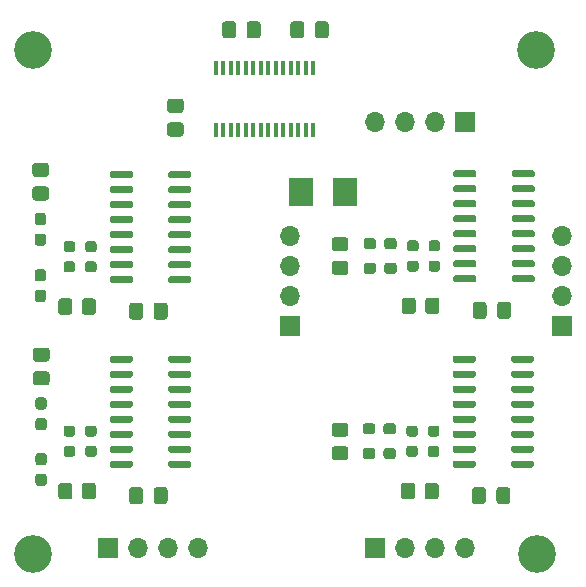
<source format=gbr>
%TF.GenerationSoftware,KiCad,Pcbnew,(5.1.12)-1*%
%TF.CreationDate,2022-03-26T18:35:52+01:00*%
%TF.ProjectId,Duino Coin,4475696e-6f20-4436-9f69-6e2e6b696361,rev?*%
%TF.SameCoordinates,Original*%
%TF.FileFunction,Soldermask,Bot*%
%TF.FilePolarity,Negative*%
%FSLAX46Y46*%
G04 Gerber Fmt 4.6, Leading zero omitted, Abs format (unit mm)*
G04 Created by KiCad (PCBNEW (5.1.12)-1) date 2022-03-26 18:35:52*
%MOMM*%
%LPD*%
G01*
G04 APERTURE LIST*
%ADD10O,1.700000X1.700000*%
%ADD11R,1.700000X1.700000*%
%ADD12R,2.000000X2.400000*%
%ADD13C,3.200000*%
%ADD14R,0.400000X1.200000*%
G04 APERTURE END LIST*
D10*
%TO.C,J2*%
X198450200Y-109423200D03*
X198450200Y-111963200D03*
X198450200Y-114503200D03*
D11*
X198450200Y-117043200D03*
%TD*%
%TO.C,J6*%
X175417480Y-117012720D03*
D10*
X175417480Y-114472720D03*
X175417480Y-111932720D03*
X175417480Y-109392720D03*
%TD*%
%TO.C,J5*%
X167640000Y-135775700D03*
X165100000Y-135775700D03*
X162560000Y-135775700D03*
D11*
X160020000Y-135775700D03*
%TD*%
D10*
%TO.C,J3*%
X190284100Y-135801100D03*
X187744100Y-135801100D03*
X185204100Y-135801100D03*
D11*
X182664100Y-135801100D03*
%TD*%
%TO.C,J4*%
X190296800Y-99771200D03*
D10*
X187756800Y-99771200D03*
X185216800Y-99771200D03*
X182676800Y-99771200D03*
%TD*%
D12*
%TO.C,Y5*%
X176407200Y-105664000D03*
X180107200Y-105664000D03*
%TD*%
%TO.C,R9*%
G36*
G01*
X186099500Y-114865999D02*
X186099500Y-115766001D01*
G75*
G02*
X185849501Y-116016000I-249999J0D01*
G01*
X185149499Y-116016000D01*
G75*
G02*
X184899500Y-115766001I0J249999D01*
G01*
X184899500Y-114865999D01*
G75*
G02*
X185149499Y-114616000I249999J0D01*
G01*
X185849501Y-114616000D01*
G75*
G02*
X186099500Y-114865999I0J-249999D01*
G01*
G37*
G36*
G01*
X188099500Y-114865999D02*
X188099500Y-115766001D01*
G75*
G02*
X187849501Y-116016000I-249999J0D01*
G01*
X187149499Y-116016000D01*
G75*
G02*
X186899500Y-115766001I0J249999D01*
G01*
X186899500Y-114865999D01*
G75*
G02*
X187149499Y-114616000I249999J0D01*
G01*
X187849501Y-114616000D01*
G75*
G02*
X188099500Y-114865999I0J-249999D01*
G01*
G37*
%TD*%
%TO.C,R10*%
G36*
G01*
X180129601Y-110699600D02*
X179229599Y-110699600D01*
G75*
G02*
X178979600Y-110449601I0J249999D01*
G01*
X178979600Y-109749599D01*
G75*
G02*
X179229599Y-109499600I249999J0D01*
G01*
X180129601Y-109499600D01*
G75*
G02*
X180379600Y-109749599I0J-249999D01*
G01*
X180379600Y-110449601D01*
G75*
G02*
X180129601Y-110699600I-249999J0D01*
G01*
G37*
G36*
G01*
X180129601Y-112699600D02*
X179229599Y-112699600D01*
G75*
G02*
X178979600Y-112449601I0J249999D01*
G01*
X178979600Y-111749599D01*
G75*
G02*
X179229599Y-111499600I249999J0D01*
G01*
X180129601Y-111499600D01*
G75*
G02*
X180379600Y-111749599I0J-249999D01*
G01*
X180379600Y-112449601D01*
G75*
G02*
X180129601Y-112699600I-249999J0D01*
G01*
G37*
%TD*%
%TO.C,R11*%
G36*
G01*
X157016500Y-130550499D02*
X157016500Y-131450501D01*
G75*
G02*
X156766501Y-131700500I-249999J0D01*
G01*
X156066499Y-131700500D01*
G75*
G02*
X155816500Y-131450501I0J249999D01*
G01*
X155816500Y-130550499D01*
G75*
G02*
X156066499Y-130300500I249999J0D01*
G01*
X156766501Y-130300500D01*
G75*
G02*
X157016500Y-130550499I0J-249999D01*
G01*
G37*
G36*
G01*
X159016500Y-130550499D02*
X159016500Y-131450501D01*
G75*
G02*
X158766501Y-131700500I-249999J0D01*
G01*
X158066499Y-131700500D01*
G75*
G02*
X157816500Y-131450501I0J249999D01*
G01*
X157816500Y-130550499D01*
G75*
G02*
X158066499Y-130300500I249999J0D01*
G01*
X158766501Y-130300500D01*
G75*
G02*
X159016500Y-130550499I0J-249999D01*
G01*
G37*
%TD*%
%TO.C,R12*%
G36*
G01*
X153931199Y-120846800D02*
X154831201Y-120846800D01*
G75*
G02*
X155081200Y-121096799I0J-249999D01*
G01*
X155081200Y-121796801D01*
G75*
G02*
X154831201Y-122046800I-249999J0D01*
G01*
X153931199Y-122046800D01*
G75*
G02*
X153681200Y-121796801I0J249999D01*
G01*
X153681200Y-121096799D01*
G75*
G02*
X153931199Y-120846800I249999J0D01*
G01*
G37*
G36*
G01*
X153931199Y-118846800D02*
X154831201Y-118846800D01*
G75*
G02*
X155081200Y-119096799I0J-249999D01*
G01*
X155081200Y-119796801D01*
G75*
G02*
X154831201Y-120046800I-249999J0D01*
G01*
X153931199Y-120046800D01*
G75*
G02*
X153681200Y-119796801I0J249999D01*
G01*
X153681200Y-119096799D01*
G75*
G02*
X153931199Y-118846800I249999J0D01*
G01*
G37*
%TD*%
%TO.C,R13*%
G36*
G01*
X186036000Y-130550499D02*
X186036000Y-131450501D01*
G75*
G02*
X185786001Y-131700500I-249999J0D01*
G01*
X185085999Y-131700500D01*
G75*
G02*
X184836000Y-131450501I0J249999D01*
G01*
X184836000Y-130550499D01*
G75*
G02*
X185085999Y-130300500I249999J0D01*
G01*
X185786001Y-130300500D01*
G75*
G02*
X186036000Y-130550499I0J-249999D01*
G01*
G37*
G36*
G01*
X188036000Y-130550499D02*
X188036000Y-131450501D01*
G75*
G02*
X187786001Y-131700500I-249999J0D01*
G01*
X187085999Y-131700500D01*
G75*
G02*
X186836000Y-131450501I0J249999D01*
G01*
X186836000Y-130550499D01*
G75*
G02*
X187085999Y-130300500I249999J0D01*
G01*
X187786001Y-130300500D01*
G75*
G02*
X188036000Y-130550499I0J-249999D01*
G01*
G37*
%TD*%
%TO.C,R14*%
G36*
G01*
X180129601Y-126396800D02*
X179229599Y-126396800D01*
G75*
G02*
X178979600Y-126146801I0J249999D01*
G01*
X178979600Y-125446799D01*
G75*
G02*
X179229599Y-125196800I249999J0D01*
G01*
X180129601Y-125196800D01*
G75*
G02*
X180379600Y-125446799I0J-249999D01*
G01*
X180379600Y-126146801D01*
G75*
G02*
X180129601Y-126396800I-249999J0D01*
G01*
G37*
G36*
G01*
X180129601Y-128396800D02*
X179229599Y-128396800D01*
G75*
G02*
X178979600Y-128146801I0J249999D01*
G01*
X178979600Y-127446799D01*
G75*
G02*
X179229599Y-127196800I249999J0D01*
G01*
X180129601Y-127196800D01*
G75*
G02*
X180379600Y-127446799I0J-249999D01*
G01*
X180379600Y-128146801D01*
G75*
G02*
X180129601Y-128396800I-249999J0D01*
G01*
G37*
%TD*%
%TO.C,R15*%
G36*
G01*
X157016500Y-114929499D02*
X157016500Y-115829501D01*
G75*
G02*
X156766501Y-116079500I-249999J0D01*
G01*
X156066499Y-116079500D01*
G75*
G02*
X155816500Y-115829501I0J249999D01*
G01*
X155816500Y-114929499D01*
G75*
G02*
X156066499Y-114679500I249999J0D01*
G01*
X156766501Y-114679500D01*
G75*
G02*
X157016500Y-114929499I0J-249999D01*
G01*
G37*
G36*
G01*
X159016500Y-114929499D02*
X159016500Y-115829501D01*
G75*
G02*
X158766501Y-116079500I-249999J0D01*
G01*
X158066499Y-116079500D01*
G75*
G02*
X157816500Y-115829501I0J249999D01*
G01*
X157816500Y-114929499D01*
G75*
G02*
X158066499Y-114679500I249999J0D01*
G01*
X158766501Y-114679500D01*
G75*
G02*
X159016500Y-114929499I0J-249999D01*
G01*
G37*
%TD*%
%TO.C,R16*%
G36*
G01*
X153880399Y-105200400D02*
X154780401Y-105200400D01*
G75*
G02*
X155030400Y-105450399I0J-249999D01*
G01*
X155030400Y-106150401D01*
G75*
G02*
X154780401Y-106400400I-249999J0D01*
G01*
X153880399Y-106400400D01*
G75*
G02*
X153630400Y-106150401I0J249999D01*
G01*
X153630400Y-105450399D01*
G75*
G02*
X153880399Y-105200400I249999J0D01*
G01*
G37*
G36*
G01*
X153880399Y-103200400D02*
X154780401Y-103200400D01*
G75*
G02*
X155030400Y-103450399I0J-249999D01*
G01*
X155030400Y-104150401D01*
G75*
G02*
X154780401Y-104400400I-249999J0D01*
G01*
X153880399Y-104400400D01*
G75*
G02*
X153630400Y-104150401I0J249999D01*
G01*
X153630400Y-103450399D01*
G75*
G02*
X153880399Y-103200400I249999J0D01*
G01*
G37*
%TD*%
%TO.C,C4*%
G36*
G01*
X192018500Y-130906500D02*
X192018500Y-131856500D01*
G75*
G02*
X191768500Y-132106500I-250000J0D01*
G01*
X191093500Y-132106500D01*
G75*
G02*
X190843500Y-131856500I0J250000D01*
G01*
X190843500Y-130906500D01*
G75*
G02*
X191093500Y-130656500I250000J0D01*
G01*
X191768500Y-130656500D01*
G75*
G02*
X192018500Y-130906500I0J-250000D01*
G01*
G37*
G36*
G01*
X194093500Y-130906500D02*
X194093500Y-131856500D01*
G75*
G02*
X193843500Y-132106500I-250000J0D01*
G01*
X193168500Y-132106500D01*
G75*
G02*
X192918500Y-131856500I0J250000D01*
G01*
X192918500Y-130906500D01*
G75*
G02*
X193168500Y-130656500I250000J0D01*
G01*
X193843500Y-130656500D01*
G75*
G02*
X194093500Y-130906500I0J-250000D01*
G01*
G37*
%TD*%
%TO.C,U3*%
G36*
G01*
X189209000Y-128864500D02*
X189209000Y-128564500D01*
G75*
G02*
X189359000Y-128414500I150000J0D01*
G01*
X191009000Y-128414500D01*
G75*
G02*
X191159000Y-128564500I0J-150000D01*
G01*
X191159000Y-128864500D01*
G75*
G02*
X191009000Y-129014500I-150000J0D01*
G01*
X189359000Y-129014500D01*
G75*
G02*
X189209000Y-128864500I0J150000D01*
G01*
G37*
G36*
G01*
X189209000Y-127594500D02*
X189209000Y-127294500D01*
G75*
G02*
X189359000Y-127144500I150000J0D01*
G01*
X191009000Y-127144500D01*
G75*
G02*
X191159000Y-127294500I0J-150000D01*
G01*
X191159000Y-127594500D01*
G75*
G02*
X191009000Y-127744500I-150000J0D01*
G01*
X189359000Y-127744500D01*
G75*
G02*
X189209000Y-127594500I0J150000D01*
G01*
G37*
G36*
G01*
X189209000Y-126324500D02*
X189209000Y-126024500D01*
G75*
G02*
X189359000Y-125874500I150000J0D01*
G01*
X191009000Y-125874500D01*
G75*
G02*
X191159000Y-126024500I0J-150000D01*
G01*
X191159000Y-126324500D01*
G75*
G02*
X191009000Y-126474500I-150000J0D01*
G01*
X189359000Y-126474500D01*
G75*
G02*
X189209000Y-126324500I0J150000D01*
G01*
G37*
G36*
G01*
X189209000Y-125054500D02*
X189209000Y-124754500D01*
G75*
G02*
X189359000Y-124604500I150000J0D01*
G01*
X191009000Y-124604500D01*
G75*
G02*
X191159000Y-124754500I0J-150000D01*
G01*
X191159000Y-125054500D01*
G75*
G02*
X191009000Y-125204500I-150000J0D01*
G01*
X189359000Y-125204500D01*
G75*
G02*
X189209000Y-125054500I0J150000D01*
G01*
G37*
G36*
G01*
X189209000Y-123784500D02*
X189209000Y-123484500D01*
G75*
G02*
X189359000Y-123334500I150000J0D01*
G01*
X191009000Y-123334500D01*
G75*
G02*
X191159000Y-123484500I0J-150000D01*
G01*
X191159000Y-123784500D01*
G75*
G02*
X191009000Y-123934500I-150000J0D01*
G01*
X189359000Y-123934500D01*
G75*
G02*
X189209000Y-123784500I0J150000D01*
G01*
G37*
G36*
G01*
X189209000Y-122514500D02*
X189209000Y-122214500D01*
G75*
G02*
X189359000Y-122064500I150000J0D01*
G01*
X191009000Y-122064500D01*
G75*
G02*
X191159000Y-122214500I0J-150000D01*
G01*
X191159000Y-122514500D01*
G75*
G02*
X191009000Y-122664500I-150000J0D01*
G01*
X189359000Y-122664500D01*
G75*
G02*
X189209000Y-122514500I0J150000D01*
G01*
G37*
G36*
G01*
X189209000Y-121244500D02*
X189209000Y-120944500D01*
G75*
G02*
X189359000Y-120794500I150000J0D01*
G01*
X191009000Y-120794500D01*
G75*
G02*
X191159000Y-120944500I0J-150000D01*
G01*
X191159000Y-121244500D01*
G75*
G02*
X191009000Y-121394500I-150000J0D01*
G01*
X189359000Y-121394500D01*
G75*
G02*
X189209000Y-121244500I0J150000D01*
G01*
G37*
G36*
G01*
X189209000Y-119974500D02*
X189209000Y-119674500D01*
G75*
G02*
X189359000Y-119524500I150000J0D01*
G01*
X191009000Y-119524500D01*
G75*
G02*
X191159000Y-119674500I0J-150000D01*
G01*
X191159000Y-119974500D01*
G75*
G02*
X191009000Y-120124500I-150000J0D01*
G01*
X189359000Y-120124500D01*
G75*
G02*
X189209000Y-119974500I0J150000D01*
G01*
G37*
G36*
G01*
X194159000Y-119974500D02*
X194159000Y-119674500D01*
G75*
G02*
X194309000Y-119524500I150000J0D01*
G01*
X195959000Y-119524500D01*
G75*
G02*
X196109000Y-119674500I0J-150000D01*
G01*
X196109000Y-119974500D01*
G75*
G02*
X195959000Y-120124500I-150000J0D01*
G01*
X194309000Y-120124500D01*
G75*
G02*
X194159000Y-119974500I0J150000D01*
G01*
G37*
G36*
G01*
X194159000Y-121244500D02*
X194159000Y-120944500D01*
G75*
G02*
X194309000Y-120794500I150000J0D01*
G01*
X195959000Y-120794500D01*
G75*
G02*
X196109000Y-120944500I0J-150000D01*
G01*
X196109000Y-121244500D01*
G75*
G02*
X195959000Y-121394500I-150000J0D01*
G01*
X194309000Y-121394500D01*
G75*
G02*
X194159000Y-121244500I0J150000D01*
G01*
G37*
G36*
G01*
X194159000Y-122514500D02*
X194159000Y-122214500D01*
G75*
G02*
X194309000Y-122064500I150000J0D01*
G01*
X195959000Y-122064500D01*
G75*
G02*
X196109000Y-122214500I0J-150000D01*
G01*
X196109000Y-122514500D01*
G75*
G02*
X195959000Y-122664500I-150000J0D01*
G01*
X194309000Y-122664500D01*
G75*
G02*
X194159000Y-122514500I0J150000D01*
G01*
G37*
G36*
G01*
X194159000Y-123784500D02*
X194159000Y-123484500D01*
G75*
G02*
X194309000Y-123334500I150000J0D01*
G01*
X195959000Y-123334500D01*
G75*
G02*
X196109000Y-123484500I0J-150000D01*
G01*
X196109000Y-123784500D01*
G75*
G02*
X195959000Y-123934500I-150000J0D01*
G01*
X194309000Y-123934500D01*
G75*
G02*
X194159000Y-123784500I0J150000D01*
G01*
G37*
G36*
G01*
X194159000Y-125054500D02*
X194159000Y-124754500D01*
G75*
G02*
X194309000Y-124604500I150000J0D01*
G01*
X195959000Y-124604500D01*
G75*
G02*
X196109000Y-124754500I0J-150000D01*
G01*
X196109000Y-125054500D01*
G75*
G02*
X195959000Y-125204500I-150000J0D01*
G01*
X194309000Y-125204500D01*
G75*
G02*
X194159000Y-125054500I0J150000D01*
G01*
G37*
G36*
G01*
X194159000Y-126324500D02*
X194159000Y-126024500D01*
G75*
G02*
X194309000Y-125874500I150000J0D01*
G01*
X195959000Y-125874500D01*
G75*
G02*
X196109000Y-126024500I0J-150000D01*
G01*
X196109000Y-126324500D01*
G75*
G02*
X195959000Y-126474500I-150000J0D01*
G01*
X194309000Y-126474500D01*
G75*
G02*
X194159000Y-126324500I0J150000D01*
G01*
G37*
G36*
G01*
X194159000Y-127594500D02*
X194159000Y-127294500D01*
G75*
G02*
X194309000Y-127144500I150000J0D01*
G01*
X195959000Y-127144500D01*
G75*
G02*
X196109000Y-127294500I0J-150000D01*
G01*
X196109000Y-127594500D01*
G75*
G02*
X195959000Y-127744500I-150000J0D01*
G01*
X194309000Y-127744500D01*
G75*
G02*
X194159000Y-127594500I0J150000D01*
G01*
G37*
G36*
G01*
X194159000Y-128864500D02*
X194159000Y-128564500D01*
G75*
G02*
X194309000Y-128414500I150000J0D01*
G01*
X195959000Y-128414500D01*
G75*
G02*
X196109000Y-128564500I0J-150000D01*
G01*
X196109000Y-128864500D01*
G75*
G02*
X195959000Y-129014500I-150000J0D01*
G01*
X194309000Y-129014500D01*
G75*
G02*
X194159000Y-128864500I0J150000D01*
G01*
G37*
%TD*%
D13*
%TO.C,H4*%
X196278500Y-93662500D03*
%TD*%
%TO.C,H3*%
X153670000Y-93662500D03*
%TD*%
%TO.C,H2*%
X153670000Y-136334500D03*
%TD*%
%TO.C,H1*%
X196342000Y-136334500D03*
%TD*%
D14*
%TO.C,U5*%
X177419000Y-100390000D03*
X176784000Y-100390000D03*
X176149000Y-100390000D03*
X175514000Y-100390000D03*
X174879000Y-100390000D03*
X174244000Y-100390000D03*
X173609000Y-100390000D03*
X172974000Y-100390000D03*
X172339000Y-100390000D03*
X171704000Y-100390000D03*
X171069000Y-100390000D03*
X170434000Y-100390000D03*
X169799000Y-100390000D03*
X169164000Y-100390000D03*
X169164000Y-95190000D03*
X169799000Y-95190000D03*
X170434000Y-95190000D03*
X171069000Y-95190000D03*
X171704000Y-95190000D03*
X172339000Y-95190000D03*
X172974000Y-95190000D03*
X173609000Y-95190000D03*
X174244000Y-95190000D03*
X174879000Y-95190000D03*
X175514000Y-95190000D03*
X176149000Y-95190000D03*
X176784000Y-95190000D03*
X177419000Y-95190000D03*
%TD*%
%TO.C,U4*%
G36*
G01*
X160189500Y-113243500D02*
X160189500Y-112943500D01*
G75*
G02*
X160339500Y-112793500I150000J0D01*
G01*
X161989500Y-112793500D01*
G75*
G02*
X162139500Y-112943500I0J-150000D01*
G01*
X162139500Y-113243500D01*
G75*
G02*
X161989500Y-113393500I-150000J0D01*
G01*
X160339500Y-113393500D01*
G75*
G02*
X160189500Y-113243500I0J150000D01*
G01*
G37*
G36*
G01*
X160189500Y-111973500D02*
X160189500Y-111673500D01*
G75*
G02*
X160339500Y-111523500I150000J0D01*
G01*
X161989500Y-111523500D01*
G75*
G02*
X162139500Y-111673500I0J-150000D01*
G01*
X162139500Y-111973500D01*
G75*
G02*
X161989500Y-112123500I-150000J0D01*
G01*
X160339500Y-112123500D01*
G75*
G02*
X160189500Y-111973500I0J150000D01*
G01*
G37*
G36*
G01*
X160189500Y-110703500D02*
X160189500Y-110403500D01*
G75*
G02*
X160339500Y-110253500I150000J0D01*
G01*
X161989500Y-110253500D01*
G75*
G02*
X162139500Y-110403500I0J-150000D01*
G01*
X162139500Y-110703500D01*
G75*
G02*
X161989500Y-110853500I-150000J0D01*
G01*
X160339500Y-110853500D01*
G75*
G02*
X160189500Y-110703500I0J150000D01*
G01*
G37*
G36*
G01*
X160189500Y-109433500D02*
X160189500Y-109133500D01*
G75*
G02*
X160339500Y-108983500I150000J0D01*
G01*
X161989500Y-108983500D01*
G75*
G02*
X162139500Y-109133500I0J-150000D01*
G01*
X162139500Y-109433500D01*
G75*
G02*
X161989500Y-109583500I-150000J0D01*
G01*
X160339500Y-109583500D01*
G75*
G02*
X160189500Y-109433500I0J150000D01*
G01*
G37*
G36*
G01*
X160189500Y-108163500D02*
X160189500Y-107863500D01*
G75*
G02*
X160339500Y-107713500I150000J0D01*
G01*
X161989500Y-107713500D01*
G75*
G02*
X162139500Y-107863500I0J-150000D01*
G01*
X162139500Y-108163500D01*
G75*
G02*
X161989500Y-108313500I-150000J0D01*
G01*
X160339500Y-108313500D01*
G75*
G02*
X160189500Y-108163500I0J150000D01*
G01*
G37*
G36*
G01*
X160189500Y-106893500D02*
X160189500Y-106593500D01*
G75*
G02*
X160339500Y-106443500I150000J0D01*
G01*
X161989500Y-106443500D01*
G75*
G02*
X162139500Y-106593500I0J-150000D01*
G01*
X162139500Y-106893500D01*
G75*
G02*
X161989500Y-107043500I-150000J0D01*
G01*
X160339500Y-107043500D01*
G75*
G02*
X160189500Y-106893500I0J150000D01*
G01*
G37*
G36*
G01*
X160189500Y-105623500D02*
X160189500Y-105323500D01*
G75*
G02*
X160339500Y-105173500I150000J0D01*
G01*
X161989500Y-105173500D01*
G75*
G02*
X162139500Y-105323500I0J-150000D01*
G01*
X162139500Y-105623500D01*
G75*
G02*
X161989500Y-105773500I-150000J0D01*
G01*
X160339500Y-105773500D01*
G75*
G02*
X160189500Y-105623500I0J150000D01*
G01*
G37*
G36*
G01*
X160189500Y-104353500D02*
X160189500Y-104053500D01*
G75*
G02*
X160339500Y-103903500I150000J0D01*
G01*
X161989500Y-103903500D01*
G75*
G02*
X162139500Y-104053500I0J-150000D01*
G01*
X162139500Y-104353500D01*
G75*
G02*
X161989500Y-104503500I-150000J0D01*
G01*
X160339500Y-104503500D01*
G75*
G02*
X160189500Y-104353500I0J150000D01*
G01*
G37*
G36*
G01*
X165139500Y-104353500D02*
X165139500Y-104053500D01*
G75*
G02*
X165289500Y-103903500I150000J0D01*
G01*
X166939500Y-103903500D01*
G75*
G02*
X167089500Y-104053500I0J-150000D01*
G01*
X167089500Y-104353500D01*
G75*
G02*
X166939500Y-104503500I-150000J0D01*
G01*
X165289500Y-104503500D01*
G75*
G02*
X165139500Y-104353500I0J150000D01*
G01*
G37*
G36*
G01*
X165139500Y-105623500D02*
X165139500Y-105323500D01*
G75*
G02*
X165289500Y-105173500I150000J0D01*
G01*
X166939500Y-105173500D01*
G75*
G02*
X167089500Y-105323500I0J-150000D01*
G01*
X167089500Y-105623500D01*
G75*
G02*
X166939500Y-105773500I-150000J0D01*
G01*
X165289500Y-105773500D01*
G75*
G02*
X165139500Y-105623500I0J150000D01*
G01*
G37*
G36*
G01*
X165139500Y-106893500D02*
X165139500Y-106593500D01*
G75*
G02*
X165289500Y-106443500I150000J0D01*
G01*
X166939500Y-106443500D01*
G75*
G02*
X167089500Y-106593500I0J-150000D01*
G01*
X167089500Y-106893500D01*
G75*
G02*
X166939500Y-107043500I-150000J0D01*
G01*
X165289500Y-107043500D01*
G75*
G02*
X165139500Y-106893500I0J150000D01*
G01*
G37*
G36*
G01*
X165139500Y-108163500D02*
X165139500Y-107863500D01*
G75*
G02*
X165289500Y-107713500I150000J0D01*
G01*
X166939500Y-107713500D01*
G75*
G02*
X167089500Y-107863500I0J-150000D01*
G01*
X167089500Y-108163500D01*
G75*
G02*
X166939500Y-108313500I-150000J0D01*
G01*
X165289500Y-108313500D01*
G75*
G02*
X165139500Y-108163500I0J150000D01*
G01*
G37*
G36*
G01*
X165139500Y-109433500D02*
X165139500Y-109133500D01*
G75*
G02*
X165289500Y-108983500I150000J0D01*
G01*
X166939500Y-108983500D01*
G75*
G02*
X167089500Y-109133500I0J-150000D01*
G01*
X167089500Y-109433500D01*
G75*
G02*
X166939500Y-109583500I-150000J0D01*
G01*
X165289500Y-109583500D01*
G75*
G02*
X165139500Y-109433500I0J150000D01*
G01*
G37*
G36*
G01*
X165139500Y-110703500D02*
X165139500Y-110403500D01*
G75*
G02*
X165289500Y-110253500I150000J0D01*
G01*
X166939500Y-110253500D01*
G75*
G02*
X167089500Y-110403500I0J-150000D01*
G01*
X167089500Y-110703500D01*
G75*
G02*
X166939500Y-110853500I-150000J0D01*
G01*
X165289500Y-110853500D01*
G75*
G02*
X165139500Y-110703500I0J150000D01*
G01*
G37*
G36*
G01*
X165139500Y-111973500D02*
X165139500Y-111673500D01*
G75*
G02*
X165289500Y-111523500I150000J0D01*
G01*
X166939500Y-111523500D01*
G75*
G02*
X167089500Y-111673500I0J-150000D01*
G01*
X167089500Y-111973500D01*
G75*
G02*
X166939500Y-112123500I-150000J0D01*
G01*
X165289500Y-112123500D01*
G75*
G02*
X165139500Y-111973500I0J150000D01*
G01*
G37*
G36*
G01*
X165139500Y-113243500D02*
X165139500Y-112943500D01*
G75*
G02*
X165289500Y-112793500I150000J0D01*
G01*
X166939500Y-112793500D01*
G75*
G02*
X167089500Y-112943500I0J-150000D01*
G01*
X167089500Y-113243500D01*
G75*
G02*
X166939500Y-113393500I-150000J0D01*
G01*
X165289500Y-113393500D01*
G75*
G02*
X165139500Y-113243500I0J150000D01*
G01*
G37*
%TD*%
%TO.C,U2*%
G36*
G01*
X160189500Y-128864500D02*
X160189500Y-128564500D01*
G75*
G02*
X160339500Y-128414500I150000J0D01*
G01*
X161989500Y-128414500D01*
G75*
G02*
X162139500Y-128564500I0J-150000D01*
G01*
X162139500Y-128864500D01*
G75*
G02*
X161989500Y-129014500I-150000J0D01*
G01*
X160339500Y-129014500D01*
G75*
G02*
X160189500Y-128864500I0J150000D01*
G01*
G37*
G36*
G01*
X160189500Y-127594500D02*
X160189500Y-127294500D01*
G75*
G02*
X160339500Y-127144500I150000J0D01*
G01*
X161989500Y-127144500D01*
G75*
G02*
X162139500Y-127294500I0J-150000D01*
G01*
X162139500Y-127594500D01*
G75*
G02*
X161989500Y-127744500I-150000J0D01*
G01*
X160339500Y-127744500D01*
G75*
G02*
X160189500Y-127594500I0J150000D01*
G01*
G37*
G36*
G01*
X160189500Y-126324500D02*
X160189500Y-126024500D01*
G75*
G02*
X160339500Y-125874500I150000J0D01*
G01*
X161989500Y-125874500D01*
G75*
G02*
X162139500Y-126024500I0J-150000D01*
G01*
X162139500Y-126324500D01*
G75*
G02*
X161989500Y-126474500I-150000J0D01*
G01*
X160339500Y-126474500D01*
G75*
G02*
X160189500Y-126324500I0J150000D01*
G01*
G37*
G36*
G01*
X160189500Y-125054500D02*
X160189500Y-124754500D01*
G75*
G02*
X160339500Y-124604500I150000J0D01*
G01*
X161989500Y-124604500D01*
G75*
G02*
X162139500Y-124754500I0J-150000D01*
G01*
X162139500Y-125054500D01*
G75*
G02*
X161989500Y-125204500I-150000J0D01*
G01*
X160339500Y-125204500D01*
G75*
G02*
X160189500Y-125054500I0J150000D01*
G01*
G37*
G36*
G01*
X160189500Y-123784500D02*
X160189500Y-123484500D01*
G75*
G02*
X160339500Y-123334500I150000J0D01*
G01*
X161989500Y-123334500D01*
G75*
G02*
X162139500Y-123484500I0J-150000D01*
G01*
X162139500Y-123784500D01*
G75*
G02*
X161989500Y-123934500I-150000J0D01*
G01*
X160339500Y-123934500D01*
G75*
G02*
X160189500Y-123784500I0J150000D01*
G01*
G37*
G36*
G01*
X160189500Y-122514500D02*
X160189500Y-122214500D01*
G75*
G02*
X160339500Y-122064500I150000J0D01*
G01*
X161989500Y-122064500D01*
G75*
G02*
X162139500Y-122214500I0J-150000D01*
G01*
X162139500Y-122514500D01*
G75*
G02*
X161989500Y-122664500I-150000J0D01*
G01*
X160339500Y-122664500D01*
G75*
G02*
X160189500Y-122514500I0J150000D01*
G01*
G37*
G36*
G01*
X160189500Y-121244500D02*
X160189500Y-120944500D01*
G75*
G02*
X160339500Y-120794500I150000J0D01*
G01*
X161989500Y-120794500D01*
G75*
G02*
X162139500Y-120944500I0J-150000D01*
G01*
X162139500Y-121244500D01*
G75*
G02*
X161989500Y-121394500I-150000J0D01*
G01*
X160339500Y-121394500D01*
G75*
G02*
X160189500Y-121244500I0J150000D01*
G01*
G37*
G36*
G01*
X160189500Y-119974500D02*
X160189500Y-119674500D01*
G75*
G02*
X160339500Y-119524500I150000J0D01*
G01*
X161989500Y-119524500D01*
G75*
G02*
X162139500Y-119674500I0J-150000D01*
G01*
X162139500Y-119974500D01*
G75*
G02*
X161989500Y-120124500I-150000J0D01*
G01*
X160339500Y-120124500D01*
G75*
G02*
X160189500Y-119974500I0J150000D01*
G01*
G37*
G36*
G01*
X165139500Y-119974500D02*
X165139500Y-119674500D01*
G75*
G02*
X165289500Y-119524500I150000J0D01*
G01*
X166939500Y-119524500D01*
G75*
G02*
X167089500Y-119674500I0J-150000D01*
G01*
X167089500Y-119974500D01*
G75*
G02*
X166939500Y-120124500I-150000J0D01*
G01*
X165289500Y-120124500D01*
G75*
G02*
X165139500Y-119974500I0J150000D01*
G01*
G37*
G36*
G01*
X165139500Y-121244500D02*
X165139500Y-120944500D01*
G75*
G02*
X165289500Y-120794500I150000J0D01*
G01*
X166939500Y-120794500D01*
G75*
G02*
X167089500Y-120944500I0J-150000D01*
G01*
X167089500Y-121244500D01*
G75*
G02*
X166939500Y-121394500I-150000J0D01*
G01*
X165289500Y-121394500D01*
G75*
G02*
X165139500Y-121244500I0J150000D01*
G01*
G37*
G36*
G01*
X165139500Y-122514500D02*
X165139500Y-122214500D01*
G75*
G02*
X165289500Y-122064500I150000J0D01*
G01*
X166939500Y-122064500D01*
G75*
G02*
X167089500Y-122214500I0J-150000D01*
G01*
X167089500Y-122514500D01*
G75*
G02*
X166939500Y-122664500I-150000J0D01*
G01*
X165289500Y-122664500D01*
G75*
G02*
X165139500Y-122514500I0J150000D01*
G01*
G37*
G36*
G01*
X165139500Y-123784500D02*
X165139500Y-123484500D01*
G75*
G02*
X165289500Y-123334500I150000J0D01*
G01*
X166939500Y-123334500D01*
G75*
G02*
X167089500Y-123484500I0J-150000D01*
G01*
X167089500Y-123784500D01*
G75*
G02*
X166939500Y-123934500I-150000J0D01*
G01*
X165289500Y-123934500D01*
G75*
G02*
X165139500Y-123784500I0J150000D01*
G01*
G37*
G36*
G01*
X165139500Y-125054500D02*
X165139500Y-124754500D01*
G75*
G02*
X165289500Y-124604500I150000J0D01*
G01*
X166939500Y-124604500D01*
G75*
G02*
X167089500Y-124754500I0J-150000D01*
G01*
X167089500Y-125054500D01*
G75*
G02*
X166939500Y-125204500I-150000J0D01*
G01*
X165289500Y-125204500D01*
G75*
G02*
X165139500Y-125054500I0J150000D01*
G01*
G37*
G36*
G01*
X165139500Y-126324500D02*
X165139500Y-126024500D01*
G75*
G02*
X165289500Y-125874500I150000J0D01*
G01*
X166939500Y-125874500D01*
G75*
G02*
X167089500Y-126024500I0J-150000D01*
G01*
X167089500Y-126324500D01*
G75*
G02*
X166939500Y-126474500I-150000J0D01*
G01*
X165289500Y-126474500D01*
G75*
G02*
X165139500Y-126324500I0J150000D01*
G01*
G37*
G36*
G01*
X165139500Y-127594500D02*
X165139500Y-127294500D01*
G75*
G02*
X165289500Y-127144500I150000J0D01*
G01*
X166939500Y-127144500D01*
G75*
G02*
X167089500Y-127294500I0J-150000D01*
G01*
X167089500Y-127594500D01*
G75*
G02*
X166939500Y-127744500I-150000J0D01*
G01*
X165289500Y-127744500D01*
G75*
G02*
X165139500Y-127594500I0J150000D01*
G01*
G37*
G36*
G01*
X165139500Y-128864500D02*
X165139500Y-128564500D01*
G75*
G02*
X165289500Y-128414500I150000J0D01*
G01*
X166939500Y-128414500D01*
G75*
G02*
X167089500Y-128564500I0J-150000D01*
G01*
X167089500Y-128864500D01*
G75*
G02*
X166939500Y-129014500I-150000J0D01*
G01*
X165289500Y-129014500D01*
G75*
G02*
X165139500Y-128864500I0J150000D01*
G01*
G37*
%TD*%
%TO.C,U1*%
G36*
G01*
X189272500Y-113180000D02*
X189272500Y-112880000D01*
G75*
G02*
X189422500Y-112730000I150000J0D01*
G01*
X191072500Y-112730000D01*
G75*
G02*
X191222500Y-112880000I0J-150000D01*
G01*
X191222500Y-113180000D01*
G75*
G02*
X191072500Y-113330000I-150000J0D01*
G01*
X189422500Y-113330000D01*
G75*
G02*
X189272500Y-113180000I0J150000D01*
G01*
G37*
G36*
G01*
X189272500Y-111910000D02*
X189272500Y-111610000D01*
G75*
G02*
X189422500Y-111460000I150000J0D01*
G01*
X191072500Y-111460000D01*
G75*
G02*
X191222500Y-111610000I0J-150000D01*
G01*
X191222500Y-111910000D01*
G75*
G02*
X191072500Y-112060000I-150000J0D01*
G01*
X189422500Y-112060000D01*
G75*
G02*
X189272500Y-111910000I0J150000D01*
G01*
G37*
G36*
G01*
X189272500Y-110640000D02*
X189272500Y-110340000D01*
G75*
G02*
X189422500Y-110190000I150000J0D01*
G01*
X191072500Y-110190000D01*
G75*
G02*
X191222500Y-110340000I0J-150000D01*
G01*
X191222500Y-110640000D01*
G75*
G02*
X191072500Y-110790000I-150000J0D01*
G01*
X189422500Y-110790000D01*
G75*
G02*
X189272500Y-110640000I0J150000D01*
G01*
G37*
G36*
G01*
X189272500Y-109370000D02*
X189272500Y-109070000D01*
G75*
G02*
X189422500Y-108920000I150000J0D01*
G01*
X191072500Y-108920000D01*
G75*
G02*
X191222500Y-109070000I0J-150000D01*
G01*
X191222500Y-109370000D01*
G75*
G02*
X191072500Y-109520000I-150000J0D01*
G01*
X189422500Y-109520000D01*
G75*
G02*
X189272500Y-109370000I0J150000D01*
G01*
G37*
G36*
G01*
X189272500Y-108100000D02*
X189272500Y-107800000D01*
G75*
G02*
X189422500Y-107650000I150000J0D01*
G01*
X191072500Y-107650000D01*
G75*
G02*
X191222500Y-107800000I0J-150000D01*
G01*
X191222500Y-108100000D01*
G75*
G02*
X191072500Y-108250000I-150000J0D01*
G01*
X189422500Y-108250000D01*
G75*
G02*
X189272500Y-108100000I0J150000D01*
G01*
G37*
G36*
G01*
X189272500Y-106830000D02*
X189272500Y-106530000D01*
G75*
G02*
X189422500Y-106380000I150000J0D01*
G01*
X191072500Y-106380000D01*
G75*
G02*
X191222500Y-106530000I0J-150000D01*
G01*
X191222500Y-106830000D01*
G75*
G02*
X191072500Y-106980000I-150000J0D01*
G01*
X189422500Y-106980000D01*
G75*
G02*
X189272500Y-106830000I0J150000D01*
G01*
G37*
G36*
G01*
X189272500Y-105560000D02*
X189272500Y-105260000D01*
G75*
G02*
X189422500Y-105110000I150000J0D01*
G01*
X191072500Y-105110000D01*
G75*
G02*
X191222500Y-105260000I0J-150000D01*
G01*
X191222500Y-105560000D01*
G75*
G02*
X191072500Y-105710000I-150000J0D01*
G01*
X189422500Y-105710000D01*
G75*
G02*
X189272500Y-105560000I0J150000D01*
G01*
G37*
G36*
G01*
X189272500Y-104290000D02*
X189272500Y-103990000D01*
G75*
G02*
X189422500Y-103840000I150000J0D01*
G01*
X191072500Y-103840000D01*
G75*
G02*
X191222500Y-103990000I0J-150000D01*
G01*
X191222500Y-104290000D01*
G75*
G02*
X191072500Y-104440000I-150000J0D01*
G01*
X189422500Y-104440000D01*
G75*
G02*
X189272500Y-104290000I0J150000D01*
G01*
G37*
G36*
G01*
X194222500Y-104290000D02*
X194222500Y-103990000D01*
G75*
G02*
X194372500Y-103840000I150000J0D01*
G01*
X196022500Y-103840000D01*
G75*
G02*
X196172500Y-103990000I0J-150000D01*
G01*
X196172500Y-104290000D01*
G75*
G02*
X196022500Y-104440000I-150000J0D01*
G01*
X194372500Y-104440000D01*
G75*
G02*
X194222500Y-104290000I0J150000D01*
G01*
G37*
G36*
G01*
X194222500Y-105560000D02*
X194222500Y-105260000D01*
G75*
G02*
X194372500Y-105110000I150000J0D01*
G01*
X196022500Y-105110000D01*
G75*
G02*
X196172500Y-105260000I0J-150000D01*
G01*
X196172500Y-105560000D01*
G75*
G02*
X196022500Y-105710000I-150000J0D01*
G01*
X194372500Y-105710000D01*
G75*
G02*
X194222500Y-105560000I0J150000D01*
G01*
G37*
G36*
G01*
X194222500Y-106830000D02*
X194222500Y-106530000D01*
G75*
G02*
X194372500Y-106380000I150000J0D01*
G01*
X196022500Y-106380000D01*
G75*
G02*
X196172500Y-106530000I0J-150000D01*
G01*
X196172500Y-106830000D01*
G75*
G02*
X196022500Y-106980000I-150000J0D01*
G01*
X194372500Y-106980000D01*
G75*
G02*
X194222500Y-106830000I0J150000D01*
G01*
G37*
G36*
G01*
X194222500Y-108100000D02*
X194222500Y-107800000D01*
G75*
G02*
X194372500Y-107650000I150000J0D01*
G01*
X196022500Y-107650000D01*
G75*
G02*
X196172500Y-107800000I0J-150000D01*
G01*
X196172500Y-108100000D01*
G75*
G02*
X196022500Y-108250000I-150000J0D01*
G01*
X194372500Y-108250000D01*
G75*
G02*
X194222500Y-108100000I0J150000D01*
G01*
G37*
G36*
G01*
X194222500Y-109370000D02*
X194222500Y-109070000D01*
G75*
G02*
X194372500Y-108920000I150000J0D01*
G01*
X196022500Y-108920000D01*
G75*
G02*
X196172500Y-109070000I0J-150000D01*
G01*
X196172500Y-109370000D01*
G75*
G02*
X196022500Y-109520000I-150000J0D01*
G01*
X194372500Y-109520000D01*
G75*
G02*
X194222500Y-109370000I0J150000D01*
G01*
G37*
G36*
G01*
X194222500Y-110640000D02*
X194222500Y-110340000D01*
G75*
G02*
X194372500Y-110190000I150000J0D01*
G01*
X196022500Y-110190000D01*
G75*
G02*
X196172500Y-110340000I0J-150000D01*
G01*
X196172500Y-110640000D01*
G75*
G02*
X196022500Y-110790000I-150000J0D01*
G01*
X194372500Y-110790000D01*
G75*
G02*
X194222500Y-110640000I0J150000D01*
G01*
G37*
G36*
G01*
X194222500Y-111910000D02*
X194222500Y-111610000D01*
G75*
G02*
X194372500Y-111460000I150000J0D01*
G01*
X196022500Y-111460000D01*
G75*
G02*
X196172500Y-111610000I0J-150000D01*
G01*
X196172500Y-111910000D01*
G75*
G02*
X196022500Y-112060000I-150000J0D01*
G01*
X194372500Y-112060000D01*
G75*
G02*
X194222500Y-111910000I0J150000D01*
G01*
G37*
G36*
G01*
X194222500Y-113180000D02*
X194222500Y-112880000D01*
G75*
G02*
X194372500Y-112730000I150000J0D01*
G01*
X196022500Y-112730000D01*
G75*
G02*
X196172500Y-112880000I0J-150000D01*
G01*
X196172500Y-113180000D01*
G75*
G02*
X196022500Y-113330000I-150000J0D01*
G01*
X194372500Y-113330000D01*
G75*
G02*
X194222500Y-113180000I0J150000D01*
G01*
G37*
%TD*%
%TO.C,R29*%
G36*
G01*
X166185001Y-98977500D02*
X165284999Y-98977500D01*
G75*
G02*
X165035000Y-98727501I0J249999D01*
G01*
X165035000Y-98027499D01*
G75*
G02*
X165284999Y-97777500I249999J0D01*
G01*
X166185001Y-97777500D01*
G75*
G02*
X166435000Y-98027499I0J-249999D01*
G01*
X166435000Y-98727501D01*
G75*
G02*
X166185001Y-98977500I-249999J0D01*
G01*
G37*
G36*
G01*
X166185001Y-100977500D02*
X165284999Y-100977500D01*
G75*
G02*
X165035000Y-100727501I0J249999D01*
G01*
X165035000Y-100027499D01*
G75*
G02*
X165284999Y-99777500I249999J0D01*
G01*
X166185001Y-99777500D01*
G75*
G02*
X166435000Y-100027499I0J-249999D01*
G01*
X166435000Y-100727501D01*
G75*
G02*
X166185001Y-100977500I-249999J0D01*
G01*
G37*
%TD*%
%TO.C,R8*%
G36*
G01*
X159070500Y-110062000D02*
X159070500Y-110537000D01*
G75*
G02*
X158833000Y-110774500I-237500J0D01*
G01*
X158333000Y-110774500D01*
G75*
G02*
X158095500Y-110537000I0J237500D01*
G01*
X158095500Y-110062000D01*
G75*
G02*
X158333000Y-109824500I237500J0D01*
G01*
X158833000Y-109824500D01*
G75*
G02*
X159070500Y-110062000I0J-237500D01*
G01*
G37*
G36*
G01*
X157245500Y-110062000D02*
X157245500Y-110537000D01*
G75*
G02*
X157008000Y-110774500I-237500J0D01*
G01*
X156508000Y-110774500D01*
G75*
G02*
X156270500Y-110537000I0J237500D01*
G01*
X156270500Y-110062000D01*
G75*
G02*
X156508000Y-109824500I237500J0D01*
G01*
X157008000Y-109824500D01*
G75*
G02*
X157245500Y-110062000I0J-237500D01*
G01*
G37*
%TD*%
%TO.C,R7*%
G36*
G01*
X188090000Y-125683000D02*
X188090000Y-126158000D01*
G75*
G02*
X187852500Y-126395500I-237500J0D01*
G01*
X187352500Y-126395500D01*
G75*
G02*
X187115000Y-126158000I0J237500D01*
G01*
X187115000Y-125683000D01*
G75*
G02*
X187352500Y-125445500I237500J0D01*
G01*
X187852500Y-125445500D01*
G75*
G02*
X188090000Y-125683000I0J-237500D01*
G01*
G37*
G36*
G01*
X186265000Y-125683000D02*
X186265000Y-126158000D01*
G75*
G02*
X186027500Y-126395500I-237500J0D01*
G01*
X185527500Y-126395500D01*
G75*
G02*
X185290000Y-126158000I0J237500D01*
G01*
X185290000Y-125683000D01*
G75*
G02*
X185527500Y-125445500I237500J0D01*
G01*
X186027500Y-125445500D01*
G75*
G02*
X186265000Y-125683000I0J-237500D01*
G01*
G37*
%TD*%
%TO.C,R6*%
G36*
G01*
X159070500Y-125683000D02*
X159070500Y-126158000D01*
G75*
G02*
X158833000Y-126395500I-237500J0D01*
G01*
X158333000Y-126395500D01*
G75*
G02*
X158095500Y-126158000I0J237500D01*
G01*
X158095500Y-125683000D01*
G75*
G02*
X158333000Y-125445500I237500J0D01*
G01*
X158833000Y-125445500D01*
G75*
G02*
X159070500Y-125683000I0J-237500D01*
G01*
G37*
G36*
G01*
X157245500Y-125683000D02*
X157245500Y-126158000D01*
G75*
G02*
X157008000Y-126395500I-237500J0D01*
G01*
X156508000Y-126395500D01*
G75*
G02*
X156270500Y-126158000I0J237500D01*
G01*
X156270500Y-125683000D01*
G75*
G02*
X156508000Y-125445500I237500J0D01*
G01*
X157008000Y-125445500D01*
G75*
G02*
X157245500Y-125683000I0J-237500D01*
G01*
G37*
%TD*%
%TO.C,R5*%
G36*
G01*
X188153500Y-109998500D02*
X188153500Y-110473500D01*
G75*
G02*
X187916000Y-110711000I-237500J0D01*
G01*
X187416000Y-110711000D01*
G75*
G02*
X187178500Y-110473500I0J237500D01*
G01*
X187178500Y-109998500D01*
G75*
G02*
X187416000Y-109761000I237500J0D01*
G01*
X187916000Y-109761000D01*
G75*
G02*
X188153500Y-109998500I0J-237500D01*
G01*
G37*
G36*
G01*
X186328500Y-109998500D02*
X186328500Y-110473500D01*
G75*
G02*
X186091000Y-110711000I-237500J0D01*
G01*
X185591000Y-110711000D01*
G75*
G02*
X185353500Y-110473500I0J237500D01*
G01*
X185353500Y-109998500D01*
G75*
G02*
X185591000Y-109761000I237500J0D01*
G01*
X186091000Y-109761000D01*
G75*
G02*
X186328500Y-109998500I0J-237500D01*
G01*
G37*
%TD*%
%TO.C,R4*%
G36*
G01*
X156270500Y-112251500D02*
X156270500Y-111776500D01*
G75*
G02*
X156508000Y-111539000I237500J0D01*
G01*
X157008000Y-111539000D01*
G75*
G02*
X157245500Y-111776500I0J-237500D01*
G01*
X157245500Y-112251500D01*
G75*
G02*
X157008000Y-112489000I-237500J0D01*
G01*
X156508000Y-112489000D01*
G75*
G02*
X156270500Y-112251500I0J237500D01*
G01*
G37*
G36*
G01*
X158095500Y-112251500D02*
X158095500Y-111776500D01*
G75*
G02*
X158333000Y-111539000I237500J0D01*
G01*
X158833000Y-111539000D01*
G75*
G02*
X159070500Y-111776500I0J-237500D01*
G01*
X159070500Y-112251500D01*
G75*
G02*
X158833000Y-112489000I-237500J0D01*
G01*
X158333000Y-112489000D01*
G75*
G02*
X158095500Y-112251500I0J237500D01*
G01*
G37*
%TD*%
%TO.C,R3*%
G36*
G01*
X185290000Y-127872500D02*
X185290000Y-127397500D01*
G75*
G02*
X185527500Y-127160000I237500J0D01*
G01*
X186027500Y-127160000D01*
G75*
G02*
X186265000Y-127397500I0J-237500D01*
G01*
X186265000Y-127872500D01*
G75*
G02*
X186027500Y-128110000I-237500J0D01*
G01*
X185527500Y-128110000D01*
G75*
G02*
X185290000Y-127872500I0J237500D01*
G01*
G37*
G36*
G01*
X187115000Y-127872500D02*
X187115000Y-127397500D01*
G75*
G02*
X187352500Y-127160000I237500J0D01*
G01*
X187852500Y-127160000D01*
G75*
G02*
X188090000Y-127397500I0J-237500D01*
G01*
X188090000Y-127872500D01*
G75*
G02*
X187852500Y-128110000I-237500J0D01*
G01*
X187352500Y-128110000D01*
G75*
G02*
X187115000Y-127872500I0J237500D01*
G01*
G37*
%TD*%
%TO.C,R2*%
G36*
G01*
X156270500Y-127872500D02*
X156270500Y-127397500D01*
G75*
G02*
X156508000Y-127160000I237500J0D01*
G01*
X157008000Y-127160000D01*
G75*
G02*
X157245500Y-127397500I0J-237500D01*
G01*
X157245500Y-127872500D01*
G75*
G02*
X157008000Y-128110000I-237500J0D01*
G01*
X156508000Y-128110000D01*
G75*
G02*
X156270500Y-127872500I0J237500D01*
G01*
G37*
G36*
G01*
X158095500Y-127872500D02*
X158095500Y-127397500D01*
G75*
G02*
X158333000Y-127160000I237500J0D01*
G01*
X158833000Y-127160000D01*
G75*
G02*
X159070500Y-127397500I0J-237500D01*
G01*
X159070500Y-127872500D01*
G75*
G02*
X158833000Y-128110000I-237500J0D01*
G01*
X158333000Y-128110000D01*
G75*
G02*
X158095500Y-127872500I0J237500D01*
G01*
G37*
%TD*%
%TO.C,R1*%
G36*
G01*
X185353500Y-112188000D02*
X185353500Y-111713000D01*
G75*
G02*
X185591000Y-111475500I237500J0D01*
G01*
X186091000Y-111475500D01*
G75*
G02*
X186328500Y-111713000I0J-237500D01*
G01*
X186328500Y-112188000D01*
G75*
G02*
X186091000Y-112425500I-237500J0D01*
G01*
X185591000Y-112425500D01*
G75*
G02*
X185353500Y-112188000I0J237500D01*
G01*
G37*
G36*
G01*
X187178500Y-112188000D02*
X187178500Y-111713000D01*
G75*
G02*
X187416000Y-111475500I237500J0D01*
G01*
X187916000Y-111475500D01*
G75*
G02*
X188153500Y-111713000I0J-237500D01*
G01*
X188153500Y-112188000D01*
G75*
G02*
X187916000Y-112425500I-237500J0D01*
G01*
X187416000Y-112425500D01*
G75*
G02*
X187178500Y-112188000I0J237500D01*
G01*
G37*
%TD*%
%TO.C,D8*%
G36*
G01*
X154542500Y-110239000D02*
X154067500Y-110239000D01*
G75*
G02*
X153830000Y-110001500I0J237500D01*
G01*
X153830000Y-109426500D01*
G75*
G02*
X154067500Y-109189000I237500J0D01*
G01*
X154542500Y-109189000D01*
G75*
G02*
X154780000Y-109426500I0J-237500D01*
G01*
X154780000Y-110001500D01*
G75*
G02*
X154542500Y-110239000I-237500J0D01*
G01*
G37*
G36*
G01*
X154542500Y-108489000D02*
X154067500Y-108489000D01*
G75*
G02*
X153830000Y-108251500I0J237500D01*
G01*
X153830000Y-107676500D01*
G75*
G02*
X154067500Y-107439000I237500J0D01*
G01*
X154542500Y-107439000D01*
G75*
G02*
X154780000Y-107676500I0J-237500D01*
G01*
X154780000Y-108251500D01*
G75*
G02*
X154542500Y-108489000I-237500J0D01*
G01*
G37*
%TD*%
%TO.C,D7*%
G36*
G01*
X154067500Y-112201500D02*
X154542500Y-112201500D01*
G75*
G02*
X154780000Y-112439000I0J-237500D01*
G01*
X154780000Y-113014000D01*
G75*
G02*
X154542500Y-113251500I-237500J0D01*
G01*
X154067500Y-113251500D01*
G75*
G02*
X153830000Y-113014000I0J237500D01*
G01*
X153830000Y-112439000D01*
G75*
G02*
X154067500Y-112201500I237500J0D01*
G01*
G37*
G36*
G01*
X154067500Y-113951500D02*
X154542500Y-113951500D01*
G75*
G02*
X154780000Y-114189000I0J-237500D01*
G01*
X154780000Y-114764000D01*
G75*
G02*
X154542500Y-115001500I-237500J0D01*
G01*
X154067500Y-115001500D01*
G75*
G02*
X153830000Y-114764000I0J237500D01*
G01*
X153830000Y-114189000D01*
G75*
G02*
X154067500Y-113951500I237500J0D01*
G01*
G37*
%TD*%
%TO.C,D6*%
G36*
G01*
X184407000Y-125492500D02*
X184407000Y-125967500D01*
G75*
G02*
X184169500Y-126205000I-237500J0D01*
G01*
X183594500Y-126205000D01*
G75*
G02*
X183357000Y-125967500I0J237500D01*
G01*
X183357000Y-125492500D01*
G75*
G02*
X183594500Y-125255000I237500J0D01*
G01*
X184169500Y-125255000D01*
G75*
G02*
X184407000Y-125492500I0J-237500D01*
G01*
G37*
G36*
G01*
X182657000Y-125492500D02*
X182657000Y-125967500D01*
G75*
G02*
X182419500Y-126205000I-237500J0D01*
G01*
X181844500Y-126205000D01*
G75*
G02*
X181607000Y-125967500I0J237500D01*
G01*
X181607000Y-125492500D01*
G75*
G02*
X181844500Y-125255000I237500J0D01*
G01*
X182419500Y-125255000D01*
G75*
G02*
X182657000Y-125492500I0J-237500D01*
G01*
G37*
%TD*%
%TO.C,D5*%
G36*
G01*
X184407000Y-127588000D02*
X184407000Y-128063000D01*
G75*
G02*
X184169500Y-128300500I-237500J0D01*
G01*
X183594500Y-128300500D01*
G75*
G02*
X183357000Y-128063000I0J237500D01*
G01*
X183357000Y-127588000D01*
G75*
G02*
X183594500Y-127350500I237500J0D01*
G01*
X184169500Y-127350500D01*
G75*
G02*
X184407000Y-127588000I0J-237500D01*
G01*
G37*
G36*
G01*
X182657000Y-127588000D02*
X182657000Y-128063000D01*
G75*
G02*
X182419500Y-128300500I-237500J0D01*
G01*
X181844500Y-128300500D01*
G75*
G02*
X181607000Y-128063000I0J237500D01*
G01*
X181607000Y-127588000D01*
G75*
G02*
X181844500Y-127350500I237500J0D01*
G01*
X182419500Y-127350500D01*
G75*
G02*
X182657000Y-127588000I0J-237500D01*
G01*
G37*
%TD*%
%TO.C,D4*%
G36*
G01*
X154606000Y-125860000D02*
X154131000Y-125860000D01*
G75*
G02*
X153893500Y-125622500I0J237500D01*
G01*
X153893500Y-125047500D01*
G75*
G02*
X154131000Y-124810000I237500J0D01*
G01*
X154606000Y-124810000D01*
G75*
G02*
X154843500Y-125047500I0J-237500D01*
G01*
X154843500Y-125622500D01*
G75*
G02*
X154606000Y-125860000I-237500J0D01*
G01*
G37*
G36*
G01*
X154606000Y-124110000D02*
X154131000Y-124110000D01*
G75*
G02*
X153893500Y-123872500I0J237500D01*
G01*
X153893500Y-123297500D01*
G75*
G02*
X154131000Y-123060000I237500J0D01*
G01*
X154606000Y-123060000D01*
G75*
G02*
X154843500Y-123297500I0J-237500D01*
G01*
X154843500Y-123872500D01*
G75*
G02*
X154606000Y-124110000I-237500J0D01*
G01*
G37*
%TD*%
%TO.C,D3*%
G36*
G01*
X154131000Y-127759000D02*
X154606000Y-127759000D01*
G75*
G02*
X154843500Y-127996500I0J-237500D01*
G01*
X154843500Y-128571500D01*
G75*
G02*
X154606000Y-128809000I-237500J0D01*
G01*
X154131000Y-128809000D01*
G75*
G02*
X153893500Y-128571500I0J237500D01*
G01*
X153893500Y-127996500D01*
G75*
G02*
X154131000Y-127759000I237500J0D01*
G01*
G37*
G36*
G01*
X154131000Y-129509000D02*
X154606000Y-129509000D01*
G75*
G02*
X154843500Y-129746500I0J-237500D01*
G01*
X154843500Y-130321500D01*
G75*
G02*
X154606000Y-130559000I-237500J0D01*
G01*
X154131000Y-130559000D01*
G75*
G02*
X153893500Y-130321500I0J237500D01*
G01*
X153893500Y-129746500D01*
G75*
G02*
X154131000Y-129509000I237500J0D01*
G01*
G37*
%TD*%
%TO.C,D2*%
G36*
G01*
X184470500Y-109808000D02*
X184470500Y-110283000D01*
G75*
G02*
X184233000Y-110520500I-237500J0D01*
G01*
X183658000Y-110520500D01*
G75*
G02*
X183420500Y-110283000I0J237500D01*
G01*
X183420500Y-109808000D01*
G75*
G02*
X183658000Y-109570500I237500J0D01*
G01*
X184233000Y-109570500D01*
G75*
G02*
X184470500Y-109808000I0J-237500D01*
G01*
G37*
G36*
G01*
X182720500Y-109808000D02*
X182720500Y-110283000D01*
G75*
G02*
X182483000Y-110520500I-237500J0D01*
G01*
X181908000Y-110520500D01*
G75*
G02*
X181670500Y-110283000I0J237500D01*
G01*
X181670500Y-109808000D01*
G75*
G02*
X181908000Y-109570500I237500J0D01*
G01*
X182483000Y-109570500D01*
G75*
G02*
X182720500Y-109808000I0J-237500D01*
G01*
G37*
%TD*%
%TO.C,D1*%
G36*
G01*
X184470500Y-111903500D02*
X184470500Y-112378500D01*
G75*
G02*
X184233000Y-112616000I-237500J0D01*
G01*
X183658000Y-112616000D01*
G75*
G02*
X183420500Y-112378500I0J237500D01*
G01*
X183420500Y-111903500D01*
G75*
G02*
X183658000Y-111666000I237500J0D01*
G01*
X184233000Y-111666000D01*
G75*
G02*
X184470500Y-111903500I0J-237500D01*
G01*
G37*
G36*
G01*
X182720500Y-111903500D02*
X182720500Y-112378500D01*
G75*
G02*
X182483000Y-112616000I-237500J0D01*
G01*
X181908000Y-112616000D01*
G75*
G02*
X181670500Y-112378500I0J237500D01*
G01*
X181670500Y-111903500D01*
G75*
G02*
X181908000Y-111666000I237500J0D01*
G01*
X182483000Y-111666000D01*
G75*
G02*
X182720500Y-111903500I0J-237500D01*
G01*
G37*
%TD*%
%TO.C,C23*%
G36*
G01*
X170873000Y-91473000D02*
X170873000Y-92423000D01*
G75*
G02*
X170623000Y-92673000I-250000J0D01*
G01*
X169948000Y-92673000D01*
G75*
G02*
X169698000Y-92423000I0J250000D01*
G01*
X169698000Y-91473000D01*
G75*
G02*
X169948000Y-91223000I250000J0D01*
G01*
X170623000Y-91223000D01*
G75*
G02*
X170873000Y-91473000I0J-250000D01*
G01*
G37*
G36*
G01*
X172948000Y-91473000D02*
X172948000Y-92423000D01*
G75*
G02*
X172698000Y-92673000I-250000J0D01*
G01*
X172023000Y-92673000D01*
G75*
G02*
X171773000Y-92423000I0J250000D01*
G01*
X171773000Y-91473000D01*
G75*
G02*
X172023000Y-91223000I250000J0D01*
G01*
X172698000Y-91223000D01*
G75*
G02*
X172948000Y-91473000I0J-250000D01*
G01*
G37*
%TD*%
%TO.C,C21*%
G36*
G01*
X177551500Y-92423000D02*
X177551500Y-91473000D01*
G75*
G02*
X177801500Y-91223000I250000J0D01*
G01*
X178476500Y-91223000D01*
G75*
G02*
X178726500Y-91473000I0J-250000D01*
G01*
X178726500Y-92423000D01*
G75*
G02*
X178476500Y-92673000I-250000J0D01*
G01*
X177801500Y-92673000D01*
G75*
G02*
X177551500Y-92423000I0J250000D01*
G01*
G37*
G36*
G01*
X175476500Y-92423000D02*
X175476500Y-91473000D01*
G75*
G02*
X175726500Y-91223000I250000J0D01*
G01*
X176401500Y-91223000D01*
G75*
G02*
X176651500Y-91473000I0J-250000D01*
G01*
X176651500Y-92423000D01*
G75*
G02*
X176401500Y-92673000I-250000J0D01*
G01*
X175726500Y-92673000D01*
G75*
G02*
X175476500Y-92423000I0J250000D01*
G01*
G37*
%TD*%
%TO.C,C5*%
G36*
G01*
X162999000Y-115285500D02*
X162999000Y-116235500D01*
G75*
G02*
X162749000Y-116485500I-250000J0D01*
G01*
X162074000Y-116485500D01*
G75*
G02*
X161824000Y-116235500I0J250000D01*
G01*
X161824000Y-115285500D01*
G75*
G02*
X162074000Y-115035500I250000J0D01*
G01*
X162749000Y-115035500D01*
G75*
G02*
X162999000Y-115285500I0J-250000D01*
G01*
G37*
G36*
G01*
X165074000Y-115285500D02*
X165074000Y-116235500D01*
G75*
G02*
X164824000Y-116485500I-250000J0D01*
G01*
X164149000Y-116485500D01*
G75*
G02*
X163899000Y-116235500I0J250000D01*
G01*
X163899000Y-115285500D01*
G75*
G02*
X164149000Y-115035500I250000J0D01*
G01*
X164824000Y-115035500D01*
G75*
G02*
X165074000Y-115285500I0J-250000D01*
G01*
G37*
%TD*%
%TO.C,C3*%
G36*
G01*
X162999000Y-130906500D02*
X162999000Y-131856500D01*
G75*
G02*
X162749000Y-132106500I-250000J0D01*
G01*
X162074000Y-132106500D01*
G75*
G02*
X161824000Y-131856500I0J250000D01*
G01*
X161824000Y-130906500D01*
G75*
G02*
X162074000Y-130656500I250000J0D01*
G01*
X162749000Y-130656500D01*
G75*
G02*
X162999000Y-130906500I0J-250000D01*
G01*
G37*
G36*
G01*
X165074000Y-130906500D02*
X165074000Y-131856500D01*
G75*
G02*
X164824000Y-132106500I-250000J0D01*
G01*
X164149000Y-132106500D01*
G75*
G02*
X163899000Y-131856500I0J250000D01*
G01*
X163899000Y-130906500D01*
G75*
G02*
X164149000Y-130656500I250000J0D01*
G01*
X164824000Y-130656500D01*
G75*
G02*
X165074000Y-130906500I0J-250000D01*
G01*
G37*
%TD*%
%TO.C,C2*%
G36*
G01*
X192082000Y-115222000D02*
X192082000Y-116172000D01*
G75*
G02*
X191832000Y-116422000I-250000J0D01*
G01*
X191157000Y-116422000D01*
G75*
G02*
X190907000Y-116172000I0J250000D01*
G01*
X190907000Y-115222000D01*
G75*
G02*
X191157000Y-114972000I250000J0D01*
G01*
X191832000Y-114972000D01*
G75*
G02*
X192082000Y-115222000I0J-250000D01*
G01*
G37*
G36*
G01*
X194157000Y-115222000D02*
X194157000Y-116172000D01*
G75*
G02*
X193907000Y-116422000I-250000J0D01*
G01*
X193232000Y-116422000D01*
G75*
G02*
X192982000Y-116172000I0J250000D01*
G01*
X192982000Y-115222000D01*
G75*
G02*
X193232000Y-114972000I250000J0D01*
G01*
X193907000Y-114972000D01*
G75*
G02*
X194157000Y-115222000I0J-250000D01*
G01*
G37*
%TD*%
M02*

</source>
